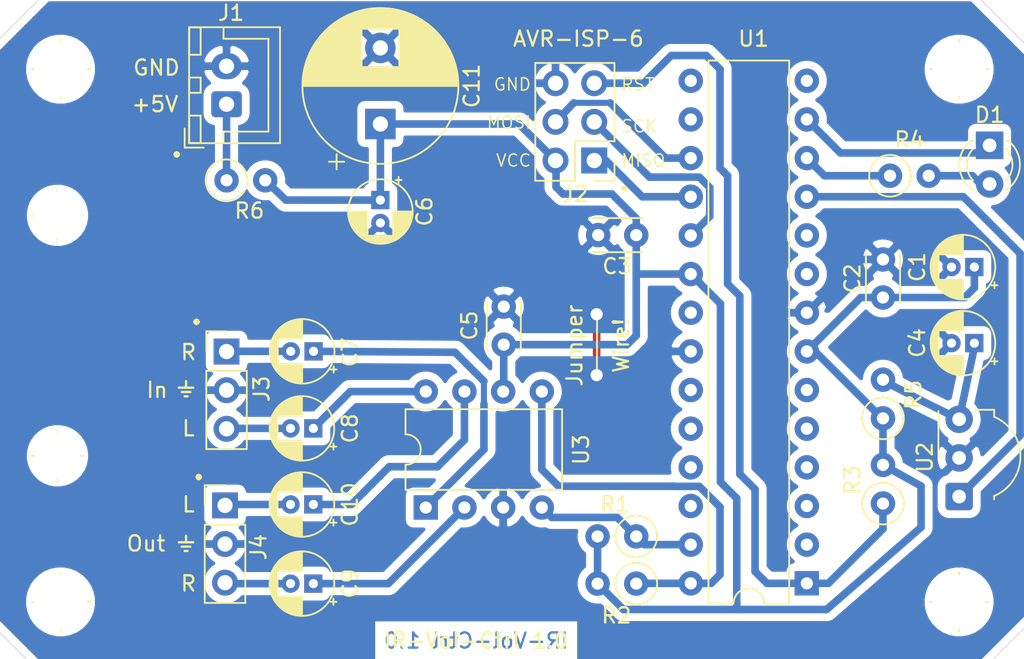
<source format=kicad_pcb>
(kicad_pcb (version 20171130) (host pcbnew "(5.1.9-0-10_14)")
  (layers (0 F.Cu signal) (31 B.Cu signal hide) (34 B.Paste user hide) (35 F.Paste user hide) (36 B.SilkS user hide) (37 F.SilkS user) (38 B.Mask user hide) (39 F.Mask user hide) (44 Edge.Cuts user hide))
  (net 0 "")
  (net 1 +5V)
  (net 2 GND)
  (net 3 "Net-(C4-Pad1)")
  (net 4 "Net-(D1-Pad1)")
  (net 5 "Net-(D1-Pad2)")
  (net 6 "Net-(J1-Pad1)")
  (net 7 /MISO)
  (net 8 /SCK)
  (net 9 /MOSI)
  (net 10 /~Reset)
  (net 11 "Net-(U1-Pad15)")
  (net 12 "Net-(U1-Pad2)")
  (net 13 "Net-(U1-Pad16)")
  (net 14 "Net-(U1-Pad3)")
  (net 15 "Net-(U1-Pad4)")
  (net 16 "Net-(U1-Pad5)")
  (net 17 "Net-(U1-Pad6)")
  (net 18 "Net-(U1-Pad21)")
  (net 19 "Net-(U1-Pad9)")
  (net 20 "Net-(U1-Pad23)")
  (net 21 "Net-(U1-Pad10)")
  (net 22 "Net-(U1-Pad24)")
  (net 23 "Net-(U1-Pad25)")
  (net 24 "Net-(U1-Pad26)")
  (net 25 "Net-(U1-Pad14)")
  (net 26 "Net-(C7-Pad2)")
  (net 27 "Net-(C7-Pad1)")
  (net 28 "Net-(C8-Pad2)")
  (net 29 "Net-(C8-Pad1)")
  (net 30 "Net-(C9-Pad2)")
  (net 31 "Net-(C9-Pad1)")
  (net 32 "Net-(C10-Pad2)")
  (net 33 "Net-(C10-Pad1)")
  (net 34 /SDA)
  (net 35 /SCL)
  (net 36 "Net-(R4-Pad1)")
  (net 37 /IR)
  (module MountingHole:MountingHole_3.5mm (layer F.Cu) (at 119.83 95.8)
    (fp_text reference REF** hide)
    (fp_text value MountingHole_3.5mm hide)
    (pad "" np_thru_hole circle (at 0 0) (size 3 3) (drill 3) (layers *.Cu *.Mask))
  )
  (module MountingHole:MountingHole_3.5mm (layer F.Cu) (at 119.83 80)
    (fp_text reference REF** hide)
    (fp_text value MountingHole_3.5mm hide)
    (pad "" np_thru_hole circle (at 0 0) (size 3 3) (drill 3) (layers *.Cu *.Mask))
  )
  (module Package_DIP:DIP-8_W7.62mm (layer F.Cu) (at 144.01 99.2 90)
    (fp_text reference U3 (at 3.8 10.2 90) (layer F.SilkS))
    (fp_text value PT2257)
    (pad 8 thru_hole oval (at 7.62 0 90) (size 1.6 1.6) (drill 0.8) (layers *.Cu *.Mask) (net 29 "Net-(C8-Pad1)"))
    (pad 4 thru_hole oval (at 0 7.62 90) (size 1.6 1.6) (drill 0.8) (layers *.Cu *.Mask) (net 34 /SDA))
    (pad 7 thru_hole oval (at 7.62 2.54 90) (size 1.6 1.6) (drill 0.8) (layers *.Cu *.Mask) (net 33 "Net-(C10-Pad1)"))
    (pad 3 thru_hole oval (at 0 5.08 90) (size 1.6 1.6) (drill 0.8) (layers *.Cu *.Mask) (net 2 GND))
    (pad 6 thru_hole oval (at 7.62 5.08 90) (size 1.6 1.6) (drill 0.8) (layers *.Cu *.Mask) (net 1 +5V))
    (pad 2 thru_hole oval (at 0 2.54 90) (size 1.6 1.6) (drill 0.8) (layers *.Cu *.Mask) (net 31 "Net-(C9-Pad1)"))
    (pad 5 thru_hole oval (at 7.62 7.62 90) (size 1.6 1.6) (drill 0.8) (layers *.Cu *.Mask) (net 35 /SCL))
    (pad 1 thru_hole rect (at 0 0 90) (size 1.6 1.6) (drill 0.8) (layers *.Cu *.Mask) (net 27 "Net-(C7-Pad1)"))
  )
  (module Resistor_THT:R_Axial_DIN0207_L6.3mm_D2.5mm_P2.54mm_Vertical (layer F.Cu) (at 174.03 93.34 90)
    (fp_text reference R5 (at 1.54 2 90) (layer F.SilkS))
    (fp_text value 100R)
    (pad 1 thru_hole circle (at 0 0 90) (size 1.6 1.6) (drill 0.8) (layers *.Cu *.Mask) (net 1 +5V))
    (pad 2 thru_hole oval (at 2.54 0 90) (size 1.6 1.6) (drill 0.8) (layers *.Cu *.Mask) (net 3 "Net-(C4-Pad1)"))
  )
  (module Resistor_THT:R_Axial_DIN0207_L6.3mm_D2.5mm_P2.54mm_Vertical (layer F.Cu) (at 157.83 104.2 180)
    (fp_text reference R2 (at 1.3 -2.1) (layer F.SilkS))
    (fp_text value 10k)
    (pad 2 thru_hole oval (at 2.54 0 180) (size 1.6 1.6) (drill 0.8) (layers *.Cu *.Mask) (net 1 +5V))
    (pad 1 thru_hole circle (at 0 0 180) (size 1.6 1.6) (drill 0.8) (layers *.Cu *.Mask) (net 35 /SCL))
  )
  (module Resistor_THT:R_Axial_DIN0207_L6.3mm_D2.5mm_P2.54mm_Vertical (layer F.Cu) (at 157.83 101.1 180)
    (fp_text reference R1 (at 1.4 2.1) (layer F.SilkS))
    (fp_text value 10k)
    (pad 2 thru_hole oval (at 2.54 0 180) (size 1.6 1.6) (drill 0.8) (layers *.Cu *.Mask) (net 1 +5V))
    (pad 1 thru_hole circle (at 0 0 180) (size 1.6 1.6) (drill 0.8) (layers *.Cu *.Mask) (net 34 /SDA))
  )
  (module Capacitor_THT:CP_Radial_D4.0mm_P1.50mm (layer F.Cu) (at 136.63 99 180)
    (fp_text reference C10 (at -2.4 0 90) (layer F.SilkS))
    (fp_text value 10µF)
    (pad 2 thru_hole circle (at 1.5 0 180) (size 1.2 1.2) (drill 0.6) (layers *.Cu *.Mask) (net 32 "Net-(C10-Pad2)"))
    (pad 1 thru_hole rect (at 0 0 180) (size 1.2 1.2) (drill 0.6) (layers *.Cu *.Mask) (net 33 "Net-(C10-Pad1)"))
  )
  (module Capacitor_THT:CP_Radial_D4.0mm_P1.50mm (layer F.Cu) (at 136.63 104.2 180)
    (fp_text reference C9 (at -2.4 0 90) (layer F.SilkS))
    (fp_text value 10µF)
    (pad 2 thru_hole circle (at 1.5 0 180) (size 1.2 1.2) (drill 0.6) (layers *.Cu *.Mask) (net 30 "Net-(C9-Pad2)"))
    (pad 1 thru_hole rect (at 0 0 180) (size 1.2 1.2) (drill 0.6) (layers *.Cu *.Mask) (net 31 "Net-(C9-Pad1)"))
  )
  (module Capacitor_THT:CP_Radial_D4.0mm_P1.50mm (layer F.Cu) (at 136.63 94 180)
    (fp_text reference C8 (at -2.4 0 90) (layer F.SilkS))
    (fp_text value 10µF)
    (pad 2 thru_hole circle (at 1.5 0 180) (size 1.2 1.2) (drill 0.6) (layers *.Cu *.Mask) (net 28 "Net-(C8-Pad2)"))
    (pad 1 thru_hole rect (at 0 0 180) (size 1.2 1.2) (drill 0.6) (layers *.Cu *.Mask) (net 29 "Net-(C8-Pad1)"))
  )
  (module Capacitor_THT:CP_Radial_D4.0mm_P1.50mm (layer F.Cu) (at 136.643014 88.936229 180)
    (fp_text reference C7 (at -2.386986 -0.063771 270) (layer F.SilkS))
    (fp_text value 10µF)
    (pad 2 thru_hole circle (at 1.5 0 180) (size 1.2 1.2) (drill 0.6) (layers *.Cu *.Mask) (net 26 "Net-(C7-Pad2)"))
    (pad 1 thru_hole rect (at 0 0 180) (size 1.2 1.2) (drill 0.6) (layers *.Cu *.Mask) (net 27 "Net-(C7-Pad1)"))
  )
  (module Capacitor_THT:CP_Radial_D4.0mm_P1.50mm (layer F.Cu) (at 141.03 79 270)
    (fp_text reference C6 (at 0.75 -2.9 90) (layer F.SilkS))
    (fp_text value 47µF)
    (pad 2 thru_hole circle (at 1.5 0 270) (size 1.2 1.2) (drill 0.6) (layers *.Cu *.Mask) (net 2 GND))
    (pad 1 thru_hole rect (at 0 0 270) (size 1.2 1.2) (drill 0.6) (layers *.Cu *.Mask) (net 1 +5V))
  )
  (module Capacitor_THT:C_Disc_D3.0mm_W2.0mm_P2.50mm (layer F.Cu) (at 149.13 88.5 90)
    (fp_text reference C5 (at 1.25 -2.25 90) (layer F.SilkS))
    (fp_text value 100nF)
    (pad 2 thru_hole circle (at 2.5 0 90) (size 1.6 1.6) (drill 0.8) (layers *.Cu *.Mask) (net 2 GND))
    (pad 1 thru_hole circle (at 0 0 90) (size 1.6 1.6) (drill 0.8) (layers *.Cu *.Mask) (net 1 +5V))
  )
  (module Resistor_THT:R_Axial_DIN0207_L6.3mm_D2.5mm_P2.54mm_Vertical (layer F.Cu) (at 174.49 77.4)
    (fp_text reference R4 (at 1.27 -2.37) (layer F.SilkS))
    (fp_text value 220R)
    (pad 2 thru_hole oval (at 2.54 0) (size 1.6 1.6) (drill 0.8) (layers *.Cu *.Mask) (net 5 "Net-(D1-Pad2)"))
    (pad 1 thru_hole circle (at 0 0) (size 1.6 1.6) (drill 0.8) (layers *.Cu *.Mask) (net 36 "Net-(R4-Pad1)"))
  )
  (module LED_THT:LED_D3.0mm (layer F.Cu) (at 181.03 75.4 270)
    (fp_text reference D1 (at -2 -0.003912 180) (layer F.SilkS))
    (fp_text value "LED R/G")
    (pad 1 thru_hole rect (at 0 0 270) (size 1.8 1.8) (drill 0.9) (layers *.Cu *.Mask) (net 4 "Net-(D1-Pad1)"))
    (pad 2 thru_hole circle (at 2.54 0 270) (size 1.8 1.8) (drill 0.9) (layers *.Cu *.Mask) (net 5 "Net-(D1-Pad2)"))
  )
  (module Package_DIP:DIP-28_W7.62mm (layer F.Cu) (at 169.03 104.18 180)
    (fp_text reference U1 (at 3.5 35.78) (layer F.SilkS))
    (fp_text value ATmega328P-PU)
    (pad 1 thru_hole rect (at 0 0 180) (size 1.6 1.6) (drill 0.8) (layers *.Cu *.Mask) (net 10 /~Reset))
    (pad 15 thru_hole oval (at 7.62 33.02 180) (size 1.6 1.6) (drill 0.8) (layers *.Cu *.Mask) (net 11 "Net-(U1-Pad15)"))
    (pad 2 thru_hole oval (at 0 2.54 180) (size 1.6 1.6) (drill 0.8) (layers *.Cu *.Mask) (net 12 "Net-(U1-Pad2)"))
    (pad 16 thru_hole oval (at 7.62 30.48 180) (size 1.6 1.6) (drill 0.8) (layers *.Cu *.Mask) (net 13 "Net-(U1-Pad16)"))
    (pad 3 thru_hole oval (at 0 5.08 180) (size 1.6 1.6) (drill 0.8) (layers *.Cu *.Mask) (net 14 "Net-(U1-Pad3)"))
    (pad 17 thru_hole oval (at 7.62 27.94 180) (size 1.6 1.6) (drill 0.8) (layers *.Cu *.Mask) (net 9 /MOSI))
    (pad 4 thru_hole oval (at 0 7.62 180) (size 1.6 1.6) (drill 0.8) (layers *.Cu *.Mask) (net 15 "Net-(U1-Pad4)"))
    (pad 18 thru_hole oval (at 7.62 25.4 180) (size 1.6 1.6) (drill 0.8) (layers *.Cu *.Mask) (net 7 /MISO))
    (pad 5 thru_hole oval (at 0 10.16 180) (size 1.6 1.6) (drill 0.8) (layers *.Cu *.Mask) (net 16 "Net-(U1-Pad5)"))
    (pad 19 thru_hole oval (at 7.62 22.86 180) (size 1.6 1.6) (drill 0.8) (layers *.Cu *.Mask) (net 8 /SCK))
    (pad 6 thru_hole oval (at 0 12.7 180) (size 1.6 1.6) (drill 0.8) (layers *.Cu *.Mask) (net 17 "Net-(U1-Pad6)"))
    (pad 20 thru_hole oval (at 7.62 20.32 180) (size 1.6 1.6) (drill 0.8) (layers *.Cu *.Mask) (net 1 +5V))
    (pad 7 thru_hole oval (at 0 15.24 180) (size 1.6 1.6) (drill 0.8) (layers *.Cu *.Mask) (net 1 +5V))
    (pad 21 thru_hole oval (at 7.62 17.78 180) (size 1.6 1.6) (drill 0.8) (layers *.Cu *.Mask) (net 18 "Net-(U1-Pad21)"))
    (pad 8 thru_hole oval (at 0 17.78 180) (size 1.6 1.6) (drill 0.8) (layers *.Cu *.Mask) (net 2 GND))
    (pad 22 thru_hole oval (at 7.62 15.24 180) (size 1.6 1.6) (drill 0.8) (layers *.Cu *.Mask) (net 2 GND))
    (pad 9 thru_hole oval (at 0 20.32 180) (size 1.6 1.6) (drill 0.8) (layers *.Cu *.Mask) (net 19 "Net-(U1-Pad9)"))
    (pad 23 thru_hole oval (at 7.62 12.7 180) (size 1.6 1.6) (drill 0.8) (layers *.Cu *.Mask) (net 20 "Net-(U1-Pad23)"))
    (pad 10 thru_hole oval (at 0 22.86 180) (size 1.6 1.6) (drill 0.8) (layers *.Cu *.Mask) (net 21 "Net-(U1-Pad10)"))
    (pad 24 thru_hole oval (at 7.62 10.16 180) (size 1.6 1.6) (drill 0.8) (layers *.Cu *.Mask) (net 22 "Net-(U1-Pad24)"))
    (pad 11 thru_hole oval (at 0 25.4 180) (size 1.6 1.6) (drill 0.8) (layers *.Cu *.Mask) (net 37 /IR))
    (pad 25 thru_hole oval (at 7.62 7.62 180) (size 1.6 1.6) (drill 0.8) (layers *.Cu *.Mask) (net 23 "Net-(U1-Pad25)"))
    (pad 12 thru_hole oval (at 0 27.94 180) (size 1.6 1.6) (drill 0.8) (layers *.Cu *.Mask) (net 36 "Net-(R4-Pad1)"))
    (pad 26 thru_hole oval (at 7.62 5.08 180) (size 1.6 1.6) (drill 0.8) (layers *.Cu *.Mask) (net 24 "Net-(U1-Pad26)"))
    (pad 13 thru_hole oval (at 0 30.48 180) (size 1.6 1.6) (drill 0.8) (layers *.Cu *.Mask) (net 4 "Net-(D1-Pad1)"))
    (pad 27 thru_hole oval (at 7.62 2.54 180) (size 1.6 1.6) (drill 0.8) (layers *.Cu *.Mask) (net 34 /SDA))
    (pad 14 thru_hole oval (at 0 33.02 180) (size 1.6 1.6) (drill 0.8) (layers *.Cu *.Mask) (net 25 "Net-(U1-Pad14)"))
    (pad 28 thru_hole oval (at 7.62 0 180) (size 1.6 1.6) (drill 0.8) (layers *.Cu *.Mask) (net 35 /SCL))
  )
  (module Resistor_THT:R_Axial_DIN0207_L6.3mm_D2.5mm_P2.54mm_Vertical (layer F.Cu) (at 174.03 98.94 90)
    (fp_text reference R3 (at 1.54 -2 90) (layer F.SilkS))
    (fp_text value 10k)
    (pad 1 thru_hole circle (at 0 0 90) (size 1.6 1.6) (drill 0.8) (layers *.Cu *.Mask) (net 10 /~Reset))
    (pad 2 thru_hole oval (at 2.54 0 90) (size 1.6 1.6) (drill 0.8) (layers *.Cu *.Mask) (net 1 +5V))
  )
  (module Capacitor_THT:C_Disc_D3.0mm_W2.0mm_P2.50mm (layer F.Cu) (at 174.03 85.4 90)
    (fp_text reference C2 (at 1.25 -2 270) (layer F.SilkS))
    (fp_text value 100nF)
    (pad 1 thru_hole circle (at 0 0 90) (size 1.6 1.6) (drill 0.8) (layers *.Cu *.Mask) (net 1 +5V))
    (pad 2 thru_hole circle (at 2.5 0 90) (size 1.6 1.6) (drill 0.8) (layers *.Cu *.Mask) (net 2 GND))
  )
  (module Capacitor_THT:CP_Radial_D4.0mm_P1.50mm (layer F.Cu) (at 180.03 88.4 180)
    (fp_text reference C4 (at 3.75 0.014361 90) (layer F.SilkS))
    (fp_text value 10µF)
    (pad 2 thru_hole circle (at 1.5 0 180) (size 1.2 1.2) (drill 0.6) (layers *.Cu *.Mask) (net 2 GND))
    (pad 1 thru_hole rect (at 0 0 180) (size 1.2 1.2) (drill 0.6) (layers *.Cu *.Mask) (net 3 "Net-(C4-Pad1)"))
  )
  (module OptoDevice:Vishay_MOLD-3Pin (layer F.Cu) (at 179.03 98.48 90)
    (fp_text reference U2 (at 2.58 -2.25 90) (layer F.SilkS))
    (fp_text value TSOP34S40F)
    (pad 1 thru_hole roundrect (at 0 0 90) (size 1.8 1.8) (drill 0.9) (layers *.Cu *.Mask) (roundrect_rratio 0.138) (net 37 /IR))
    (pad 2 thru_hole circle (at 2.54 0 90) (size 1.8 1.8) (drill 0.9) (layers *.Cu *.Mask) (net 2 GND))
    (pad 3 thru_hole circle (at 5.08 0 90) (size 1.8 1.8) (drill 0.9) (layers *.Cu *.Mask) (net 3 "Net-(C4-Pad1)"))
  )
  (module Connector_PinHeader_2.54mm:PinHeader_1x03_P2.54mm_Vertical (layer F.Cu) (at 130.93 88.95)
    (fp_text reference J3 (at 2.3 2.45 270) (layer F.SilkS))
    (fp_text value "In " (at -3.011906 2.531197) (layer F.SilkS) (effects (justify right)))
    (pad 1 thru_hole rect (at 0 0) (size 1.7 1.7) (drill 1) (layers *.Cu *.Mask) (net 26 "Net-(C7-Pad2)"))
    (pad 2 thru_hole oval (at 0 2.54) (size 1.7 1.7) (drill 1) (layers *.Cu *.Mask) (net 2 GND))
    (pad 3 thru_hole oval (at 0 5.08) (size 1.7 1.7) (drill 1) (layers *.Cu *.Mask) (net 28 "Net-(C8-Pad2)"))
  )
  (module Connector_PinHeader_2.54mm:PinHeader_1x03_P2.54mm_Vertical (layer F.Cu) (at 130.83 99.06)
    (fp_text reference J4 (at 2.2 2.74 90) (layer F.SilkS))
    (fp_text value Out (at -3.83 2.511235 180) (layer F.SilkS) (effects (justify right)))
    (pad 3 thru_hole oval (at 0 5.08) (size 1.7 1.7) (drill 1) (layers *.Cu *.Mask) (net 30 "Net-(C9-Pad2)"))
    (pad 2 thru_hole oval (at 0 2.54) (size 1.7 1.7) (drill 1) (layers *.Cu *.Mask) (net 2 GND))
    (pad 1 thru_hole rect (at 0 0) (size 1.7 1.7) (drill 1) (layers *.Cu *.Mask) (net 32 "Net-(C10-Pad2)"))
  )
  (module Capacitor_THT:CP_Radial_D10.0mm_P5.00mm (layer F.Cu) (at 141.03 74 90)
    (fp_text reference C11 (at 2.5 6 90) (layer F.SilkS))
    (fp_text value 1000µF)
    (pad 1 thru_hole rect (at 0 0 90) (size 2 2) (drill 1) (layers *.Cu *.Mask) (net 1 +5V))
    (pad 2 thru_hole circle (at 5 0 90) (size 2 2) (drill 1) (layers *.Cu *.Mask) (net 2 GND))
  )
  (module Resistor_THT:R_Axial_DIN0207_L6.3mm_D2.5mm_P2.54mm_Vertical (layer F.Cu) (at 130.93 77.7)
    (fp_text reference R6 (at 1.5 2) (layer F.SilkS))
    (fp_text value 22R)
    (pad 2 thru_hole oval (at 2.54 0) (size 1.6 1.6) (drill 0.8) (layers *.Cu *.Mask) (net 1 +5V))
    (pad 1 thru_hole circle (at 0 0) (size 1.6 1.6) (drill 0.8) (layers *.Cu *.Mask) (net 6 "Net-(J1-Pad1)"))
  )
  (module MountingHole:MountingHole_3.5mm (layer F.Cu) (at 120.03 105.4)
    (fp_text reference REF** hide)
    (fp_text value MountingHole_3.5mm hide)
    (pad 1 np_thru_hole circle (at 0 0) (size 3.5 3.5) (drill 3.5) (layers *.Cu *.Mask))
  )
  (module MountingHole:MountingHole_3.5mm (layer F.Cu) (at 179.03 105.4)
    (fp_text reference REF** hide)
    (fp_text value MountingHole_3.5mm hide)
    (pad 1 np_thru_hole circle (at 0 0) (size 3.5 3.5) (drill 3.5) (layers *.Cu *.Mask))
  )
  (module MountingHole:MountingHole_3.5mm (layer F.Cu) (at 179.03 70.4)
    (fp_text reference REF** hide)
    (fp_text value MountingHole_3.5mm hide)
    (pad 1 np_thru_hole circle (at 0 0) (size 3.5 3.5) (drill 3.5) (layers *.Cu *.Mask))
  )
  (module MountingHole:MountingHole_3.5mm (layer F.Cu) (at 120.03 70.4)
    (fp_text reference REF** hide)
    (fp_text value MountingHole_3.5mm hide)
    (pad 1 np_thru_hole circle (at 0 0) (size 3.5 3.5) (drill 3.5) (layers *.Cu *.Mask))
  )
  (module Capacitor_THT:CP_Radial_D4.0mm_P1.50mm (layer F.Cu) (at 180.03 83.4 180)
    (fp_text reference C1 (at 3.75 0 90) (layer F.SilkS))
    (fp_text value 4.7µF)
    (pad 1 thru_hole rect (at 0 0 180) (size 1.2 1.2) (drill 0.6) (layers *.Cu *.Mask) (net 1 +5V))
    (pad 2 thru_hole circle (at 1.5 0 180) (size 1.2 1.2) (drill 0.6) (layers *.Cu *.Mask) (net 2 GND))
  )
  (module Capacitor_THT:C_Disc_D3.0mm_W2.0mm_P2.50mm (layer F.Cu) (at 157.83 81.3 180)
    (fp_text reference C3 (at 1.25 -2.05) (layer F.SilkS))
    (fp_text value 100nF)
    (pad 2 thru_hole circle (at 2.5 0 180) (size 1.6 1.6) (drill 0.8) (layers *.Cu *.Mask) (net 2 GND))
    (pad 1 thru_hole circle (at 0 0 180) (size 1.6 1.6) (drill 0.8) (layers *.Cu *.Mask) (net 1 +5V))
  )
  (module Connector_PinHeader_2.54mm:PinHeader_2x03_P2.54mm_Vertical (layer F.Cu) (at 155.07 76.4 180)
    (fp_text reference J2 (at 1.24 -2.2) (layer F.SilkS))
    (fp_text value AVR-ISP-6 (at 1.04 8) (layer F.SilkS))
    (pad 1 thru_hole rect (at 0 0 180) (size 1.7 1.7) (drill 1) (layers *.Cu *.Mask) (net 7 /MISO))
    (pad 2 thru_hole oval (at 2.54 0 180) (size 1.7 1.7) (drill 1) (layers *.Cu *.Mask) (net 1 +5V))
    (pad 3 thru_hole oval (at 0 2.54 180) (size 1.7 1.7) (drill 1) (layers *.Cu *.Mask) (net 8 /SCK))
    (pad 4 thru_hole oval (at 2.54 2.54 180) (size 1.7 1.7) (drill 1) (layers *.Cu *.Mask) (net 9 /MOSI))
    (pad 5 thru_hole oval (at 0 5.08 180) (size 1.7 1.7) (drill 1) (layers *.Cu *.Mask) (net 10 /~Reset))
    (pad 6 thru_hole oval (at 2.54 5.08 180) (size 1.7 1.7) (drill 1) (layers *.Cu *.Mask) (net 2 GND))
  )
  (module Connector_JST:JST_XH_B2B-XH-A_1x02_P2.50mm_Vertical (layer F.Cu) (at 130.93 72.7 90)
    (fp_text reference J1 (at 6 0.3 180) (layer F.SilkS))
    (fp_text value Conn_01x02_Female)
    (pad 1 thru_hole roundrect (at 0 0 90) (size 1.7 2) (drill 1) (layers *.Cu *.Mask) (roundrect_rratio 0.1470588235294118) (net 6 "Net-(J1-Pad1)"))
    (pad 2 thru_hole oval (at 2.5 0 90) (size 1.7 2) (drill 1) (layers *.Cu *.Mask) (net 2 GND))
  )
  (gr_text ⏚ (at 128.27 101.6) (layer F.SilkS) (effects (font (size 1 1))))
  (gr_text ⏚ (at 128.27 91.44) (layer F.SilkS) (effects (font (size 1 1))))
  (gr_line (start 119.833027 94.121158) (end 119.833027 97.522815) (layer F.SilkS) (width 0.12))
  (gr_line (start 118.121247 95.806091) (end 121.502065 95.806091) (layer F.SilkS) (width 0.12))
  (gr_line (start 119.82178 78.318766) (end 119.82178 81.720423) (layer F.SilkS) (width 0.12))
  (gr_line (start 118.11 80.003699) (end 121.490818 80.003699) (layer F.SilkS) (width 0.12))
  (gr_line (start 120.03339 103.461968) (end 120.03339 107.335413) (layer F.SilkS) (width 0.12))
  (gr_line (start 118.10145 105.403472) (end 121.974894 105.403472) (layer F.SilkS) (width 0.12))
  (gr_line (start 118.107132 70.393033) (end 121.980576 70.393033) (layer F.SilkS) (width 0.12))
  (gr_line (start 120.039072 68.451529) (end 120.039072 72.324974) (layer F.SilkS) (width 0.12))
  (gr_line (start 179.032269 68.446287) (end 179.032269 72.319732) (layer F.SilkS) (width 0.12))
  (gr_line (start 177.100329 70.387791) (end 180.973773 70.387791) (layer F.SilkS) (width 0.12))
  (gr_line (start 177.085457 105.402455) (end 180.958901 105.402455) (layer F.SilkS) (width 0.12))
  (gr_line (start 179.017397 103.460951) (end 179.017397 107.334396) (layer F.SilkS) (width 0.12))
  (gr_text Wire! (at 156.835189 88.558987 90) (layer F.SilkS) (effects (font (size 1 1))))
  (gr_line (start 155.259183 86.523841) (end 155.245834 90.501904) (layer F.SilkS) (width 0.12))
  (gr_text "IR-Vol-Ctrl 1.0" (at 147.32 107.95) (layer B.Cu) (effects (font (size 1 1)) (justify mirror)))
  (gr_text "IR-Vol-Ctrl 1.0" (at 147.32 107.95) (layer F.SilkS) (effects (font (size 1 1))))
  (gr_text +5V (at 126.23 72.7) (layer F.SilkS) (effects (font (size 1 1))))
  (gr_text GND (at 126.33 70.3) (layer F.SilkS) (effects (font (size 1 1))))
  (gr_text L (at 128.43 94) (layer F.SilkS) (effects (font (size 1 1))))
  (gr_text L (at 128.43 99) (layer F.SilkS) (effects (font (size 1 1))))
  (gr_text R (at 128.43 104.2) (layer F.SilkS) (effects (font (size 1 1))))
  (gr_text R (at 128.43 89) (layer F.SilkS) (effects (font (size 1 1))))
  (gr_text Jumper (at 153.780334 88.554801 90) (layer F.SilkS) (effects (font (size 1 1))))
  (gr_text MISO (at 156.78 76.4) (layer F.SilkS) (effects (font (size 0.8 0.8) (thickness 0.1)) (justify left)))
  (gr_text MOSI (at 150.98 73.9) (layer F.SilkS) (effects (font (size 0.8 0.8) (thickness 0.1)) (justify right)))
  (gr_text GND (at 150.98 71.4) (layer F.SilkS) (effects (font (size 0.8 0.8) (thickness 0.1)) (justify right)))
  (gr_text RST (at 156.78 71.4) (layer F.SilkS) (effects (font (size 0.8 0.8) (thickness 0.1)) (justify left)))
  (gr_text VCC (at 150.98 76.4) (layer F.SilkS) (effects (font (size 0.8 0.8) (thickness 0.1)) (justify right)))
  (gr_text SCK (at 156.78 74.15) (layer F.SilkS) (effects (font (size 0.8 0.8) (thickness 0.1)) (justify left)))
  (gr_text • (at 129.03 87 270) (layer F.SilkS) (effects (font (size 1 1))))
  (gr_text • (at 157.03 78.15) (layer F.SilkS) (effects (font (size 1 1))))
  (gr_text • (at 129.03 97.2 90) (layer F.SilkS) (effects (font (size 1 1))))
  (gr_text • (at 127.73 76 270) (layer F.SilkS) (effects (font (size 1 1))))
  (gr_line (start 115.03 69.4) (end 119.03 65.4) (layer Edge.Cuts) (width 0.05))
  (gr_line (start 115.03 106.4) (end 115.03 69.4) (layer Edge.Cuts) (width 0.05))
  (gr_line (start 119.03 110.4) (end 115.03 106.4) (layer Edge.Cuts) (width 0.05))
  (gr_line (start 180.03 110.4) (end 119.03 110.4) (layer Edge.Cuts) (width 0.05))
  (gr_line (start 184.03 106.4) (end 180.03 110.4) (layer Edge.Cuts) (width 0.05))
  (gr_line (start 184.03 69.4) (end 184.03 106.4) (layer Edge.Cuts) (width 0.05))
  (gr_line (start 180.03 65.4) (end 184.03 69.4) (layer Edge.Cuts) (width 0.05))
  (gr_line (start 119.03 65.4) (end 180.03 65.4) (layer Edge.Cuts) (width 0.05))
  (segment (start 174.03 96.4) (end 174.03 93.4) (width 0.5) (layer B.Cu) (net 1))
  (segment (start 169.57 88.94) (end 169.03 88.94) (width 0.5) (layer B.Cu) (net 1))
  (segment (start 174.03 85.4) (end 172.57 85.4) (width 0.5) (layer B.Cu) (net 1))
  (segment (start 174.03 85.4) (end 178.03 85.4) (width 0.5) (layer B.Cu) (net 1))
  (segment (start 152.53 76.4) (end 152.287919 76.4) (width 0.5) (layer B.Cu) (net 1))
  (segment (start 161.41 83.86) (end 160.95 83.86) (width 0.5) (layer B.Cu) (net 1))
  (segment (start 174.03 93.4) (end 169.57 88.94) (width 0.5) (layer B.Cu) (net 1))
  (segment (start 172.57 85.4) (end 169.03 88.94) (width 0.5) (layer B.Cu) (net 1))
  (segment (start 157.89 83.86) (end 157.83 83.8) (width 0.5) (layer B.Cu) (net 1))
  (segment (start 161.41 83.86) (end 157.89 83.86) (width 0.5) (layer B.Cu) (net 1))
  (segment (start 156.23 78.6) (end 154.43 78.6) (width 0.5) (layer B.Cu) (net 1))
  (segment (start 157.83 80.2) (end 156.23 78.6) (width 0.5) (layer B.Cu) (net 1))
  (segment (start 157.83 83.8) (end 157.83 80.2) (width 0.5) (layer B.Cu) (net 1))
  (segment (start 149.13 91.54) (end 149.09 91.58) (width 0.5) (layer B.Cu) (net 1))
  (segment (start 149.13 88.5) (end 149.13 91.54) (width 0.5) (layer B.Cu) (net 1))
  (segment (start 141.03 79) (end 141.03 74) (width 0.5) (layer B.Cu) (net 1))
  (segment (start 152.53 76.4) (end 150.13 74) (width 0.5) (layer B.Cu) (net 1))
  (segment (start 155.29 101.1) (end 155.29 104.2) (width 0.5) (layer B.Cu) (net 1))
  (segment (start 156.99 105.9) (end 155.29 104.2) (width 0.5) (layer B.Cu) (net 1))
  (segment (start 157.23 88.5) (end 149.13 88.5) (width 0.5) (layer B.Cu) (net 1))
  (segment (start 157.83 87.9) (end 157.23 88.5) (width 0.5) (layer B.Cu) (net 1))
  (segment (start 157.83 83.8) (end 157.83 87.9) (width 0.5) (layer B.Cu) (net 1))
  (segment (start 150.13 74) (end 141.03 74) (width 0.5) (layer B.Cu) (net 1))
  (segment (start 134.83 79) (end 133.47 77.7) (width 0.5) (layer B.Cu) (net 1))
  (segment (start 141.03 79) (end 134.83 79) (width 0.5) (layer B.Cu) (net 1))
  (segment (start 163.43 105.9) (end 156.99 105.9) (width 0.5) (layer B.Cu) (net 1))
  (segment (start 164.43 98.6) (end 164.43 105.9) (width 0.5) (layer B.Cu) (net 1))
  (segment (start 163.43 105.9) (end 164.43 105.9) (width 0.5) (layer B.Cu) (net 1))
  (segment (start 163.360011 97.530011) (end 164.43 98.6) (width 0.5) (layer B.Cu) (net 1))
  (segment (start 161.41 83.86) (end 163.360011 85.810011) (width 0.5) (layer B.Cu) (net 1))
  (segment (start 163.360011 85.810011) (end 163.360011 97.530011) (width 0.5) (layer B.Cu) (net 1))
  (segment (start 153.022332 78.6) (end 152.56315 78.140818) (width 0.5) (layer B.Cu) (net 1))
  (segment (start 154.43 78.6) (end 153.022332 78.6) (width 0.5) (layer B.Cu) (net 1))
  (segment (start 152.56315 76.43315) (end 152.53 76.4) (width 0.5) (layer B.Cu) (net 1))
  (segment (start 152.56315 78.140818) (end 152.56315 76.43315) (width 0.5) (layer B.Cu) (net 1))
  (segment (start 178.923716 85.4) (end 178.937869 85.385847) (width 0.5) (layer B.Cu) (net 1))
  (segment (start 178.03 85.4) (end 178.923716 85.4) (width 0.5) (layer B.Cu) (net 1))
  (segment (start 178.923716 85.4) (end 179.39359 85.4) (width 0.5) (layer B.Cu) (net 1))
  (segment (start 180.03 84.76359) (end 180.03 83.4) (width 0.5) (layer B.Cu) (net 1))
  (segment (start 179.39359 85.4) (end 180.03 84.76359) (width 0.5) (layer B.Cu) (net 1))
  (segment (start 170.33 105.9) (end 164.43 105.9) (width 0.5) (layer B.Cu) (net 1))
  (segment (start 176.53 100.5) (end 170.33 105.9) (width 0.5) (layer B.Cu) (net 1))
  (segment (start 176.53 97.79) (end 176.53 100.5) (width 0.5) (layer B.Cu) (net 1))
  (segment (start 174.03 96.4) (end 176.53 97.79) (width 0.5) (layer B.Cu) (net 1))
  (segment (start 174.03 82.9) (end 172.53 82.9) (width 0.5) (layer B.Cu) (net 2))
  (segment (start 172.53 82.9) (end 169.03 86.4) (width 0.5) (layer B.Cu) (net 2))
  (via (at 155.23 86.5) (size 1.6) (drill 0.8) (layers F.Cu B.Cu) (net 2))
  (segment (start 155.23 90.5) (end 155.23 86.5) (width 0.5) (layer F.Cu) (net 2))
  (via (at 155.23 90.5) (size 1.6) (drill 0.8) (layers F.Cu B.Cu) (net 2))
  (segment (start 176.582206 92.187245) (end 174.03 90.86) (width 0.5) (layer B.Cu) (net 3))
  (segment (start 179.03 93.4) (end 176.582206 92.187245) (width 0.5) (layer B.Cu) (net 3))
  (segment (start 180.097413 88.358801) (end 179.03 93.4) (width 0.5) (layer B.Cu) (net 3))
  (segment (start 180.255001 88.625001) (end 180.097413 88.358801) (width 0.5) (layer B.Cu) (net 3))
  (segment (start 180.03 88.4) (end 180.255001 88.625001) (width 0.5) (layer B.Cu) (net 3))
  (segment (start 169.03 73.7) (end 171.23 75.9) (width 0.5) (layer B.Cu) (net 4))
  (segment (start 180.53 75.9) (end 181.03 75.4) (width 0.5) (layer B.Cu) (net 4))
  (segment (start 171.23 75.9) (end 180.53 75.9) (width 0.5) (layer B.Cu) (net 4))
  (segment (start 181.03 77.94) (end 180.439692 77.94) (width 0.5) (layer B.Cu) (net 5))
  (segment (start 179.899692 77.4) (end 177.03 77.4) (width 0.5) (layer B.Cu) (net 5))
  (segment (start 180.439692 77.94) (end 179.899692 77.4) (width 0.5) (layer B.Cu) (net 5))
  (segment (start 130.93 72.7) (end 130.93 77.7) (width 0.5) (layer B.Cu) (net 6))
  (segment (start 155.843186 76.4) (end 155.07 76.4) (width 0.5) (layer B.Cu) (net 7))
  (segment (start 158.223186 78.78) (end 155.843186 76.4) (width 0.5) (layer B.Cu) (net 7))
  (segment (start 161.41 78.78) (end 158.223186 78.78) (width 0.5) (layer B.Cu) (net 7))
  (segment (start 158.700001 77.490001) (end 155.07 73.86) (width 0.5) (layer B.Cu) (net 8))
  (segment (start 162.660001 78.179999) (end 161.970003 77.490001) (width 0.5) (layer B.Cu) (net 8))
  (segment (start 161.970003 77.490001) (end 158.700001 77.490001) (width 0.5) (layer B.Cu) (net 8))
  (segment (start 162.660001 80.069999) (end 162.660001 78.179999) (width 0.5) (layer B.Cu) (net 8))
  (segment (start 161.41 81.32) (end 162.660001 80.069999) (width 0.5) (layer B.Cu) (net 8))
  (segment (start 153.780001 72.609999) (end 156.120001 72.609999) (width 0.4) (layer B.Cu) (net 9))
  (segment (start 152.53 73.86) (end 153.73 72.609999) (width 0.5) (layer B.Cu) (net 9))
  (segment (start 159.750002 76.24) (end 156.120001 72.609999) (width 0.5) (layer B.Cu) (net 9))
  (segment (start 161.41 76.24) (end 159.750002 76.24) (width 0.5) (layer B.Cu) (net 9))
  (segment (start 174.03 98.94) (end 174.03 100.6) (width 0.5) (layer B.Cu) (net 10))
  (segment (start 170.45 104.18) (end 169.03 104.18) (width 0.5) (layer B.Cu) (net 10))
  (segment (start 174.03 100.6) (end 170.45 104.18) (width 0.5) (layer B.Cu) (net 10))
  (segment (start 160.13 69.5) (end 158.31 71.32) (width 0.5) (layer B.Cu) (net 10))
  (segment (start 164.63 97) (end 164.63 85.3) (width 0.5) (layer B.Cu) (net 10))
  (segment (start 162.43 69.5) (end 160.13 69.5) (width 0.5) (layer B.Cu) (net 10))
  (segment (start 163.33 70.4) (end 162.43 69.5) (width 0.5) (layer B.Cu) (net 10))
  (segment (start 163.83 77.4) (end 163.33 76.9) (width 0.5) (layer B.Cu) (net 10))
  (segment (start 163.83 84.5) (end 163.83 77.4) (width 0.5) (layer B.Cu) (net 10))
  (segment (start 165.63 103.4) (end 165.63 98) (width 0.5) (layer B.Cu) (net 10))
  (segment (start 166.41 104.18) (end 165.63 103.4) (width 0.5) (layer B.Cu) (net 10))
  (segment (start 165.63 98) (end 164.63 97) (width 0.5) (layer B.Cu) (net 10))
  (segment (start 163.33 76.9) (end 163.33 70.4) (width 0.5) (layer B.Cu) (net 10))
  (segment (start 164.63 85.3) (end 163.83 84.5) (width 0.5) (layer B.Cu) (net 10))
  (segment (start 158.31 71.32) (end 155.07 71.32) (width 0.5) (layer B.Cu) (net 10))
  (segment (start 169.03 104.18) (end 166.41 104.18) (width 0.5) (layer B.Cu) (net 10))
  (segment (start 130.943771 88.936229) (end 130.93 88.95) (width 0.5) (layer B.Cu) (net 26))
  (segment (start 135.143014 88.936229) (end 130.943771 88.936229) (width 0.5) (layer B.Cu) (net 26))
  (segment (start 145.93 89) (end 136.643014 88.936229) (width 0.5) (layer B.Cu) (net 27))
  (segment (start 147.83 90.9) (end 145.93 89) (width 0.5) (layer B.Cu) (net 27))
  (segment (start 147.83 92.4) (end 147.83 90.9) (width 0.4) (layer B.Cu) (net 27))
  (segment (start 147.83 95.38) (end 144.01 99.2) (width 0.5) (layer B.Cu) (net 27))
  (segment (start 147.83 92.4) (end 147.83 95.38) (width 0.5) (layer B.Cu) (net 27))
  (segment (start 130.96 94) (end 130.93 94.03) (width 0.5) (layer B.Cu) (net 28))
  (segment (start 135.13 94) (end 130.96 94) (width 0.5) (layer B.Cu) (net 28))
  (segment (start 139.05 91.58) (end 136.63 94) (width 0.5) (layer B.Cu) (net 29))
  (segment (start 144.01 91.58) (end 139.05 91.58) (width 0.5) (layer B.Cu) (net 29))
  (segment (start 130.89 104.2) (end 130.83 104.14) (width 0.5) (layer B.Cu) (net 30))
  (segment (start 135.13 104.2) (end 130.89 104.2) (width 0.5) (layer B.Cu) (net 30))
  (segment (start 141.55 104.2) (end 136.63 104.2) (width 0.5) (layer B.Cu) (net 31))
  (segment (start 146.55 99.2) (end 141.55 104.2) (width 0.5) (layer B.Cu) (net 31))
  (segment (start 130.89 99) (end 130.83 99.06) (width 0.5) (layer B.Cu) (net 32))
  (segment (start 135.13 99) (end 130.89 99) (width 0.5) (layer B.Cu) (net 32))
  (segment (start 139.13 99) (end 136.63 99) (width 0.5) (layer B.Cu) (net 33))
  (segment (start 146.55 91.58) (end 146.55 94.75) (width 0.5) (layer B.Cu) (net 33))
  (segment (start 146.55 94.75) (end 144.78 96.52) (width 0.5) (layer B.Cu) (net 33))
  (segment (start 141.61 96.52) (end 139.13 99) (width 0.5) (layer B.Cu) (net 33))
  (segment (start 144.78 96.52) (end 141.61 96.52) (width 0.5) (layer B.Cu) (net 33))
  (segment (start 158.37 101.64) (end 157.83 101.1) (width 0.5) (layer B.Cu) (net 34))
  (segment (start 161.41 101.64) (end 158.37 101.64) (width 0.5) (layer B.Cu) (net 34))
  (segment (start 152.279999 99.849999) (end 151.63 99.2) (width 0.5) (layer B.Cu) (net 34))
  (segment (start 156.579999 99.849999) (end 152.279999 99.849999) (width 0.5) (layer B.Cu) (net 34))
  (segment (start 157.83 101.1) (end 156.579999 99.849999) (width 0.5) (layer B.Cu) (net 34))
  (segment (start 151.63 96.7) (end 151.63 91.58) (width 0.5) (layer B.Cu) (net 35))
  (segment (start 152.73 97.8) (end 151.63 96.7) (width 0.5) (layer B.Cu) (net 35))
  (segment (start 160.33 97.8) (end 152.73 97.8) (width 0.5) (layer B.Cu) (net 35))
  (segment (start 160.340001 97.810001) (end 160.33 97.8) (width 0.5) (layer B.Cu) (net 35))
  (segment (start 161.41 104.18) (end 162.75 104.18) (width 0.5) (layer B.Cu) (net 35))
  (segment (start 161.970003 97.810001) (end 160.340001 97.810001) (width 0.5) (layer B.Cu) (net 35))
  (segment (start 163.33 103.6) (end 163.33 99.169998) (width 0.5) (layer B.Cu) (net 35))
  (segment (start 163.33 99.169998) (end 161.970003 97.810001) (width 0.5) (layer B.Cu) (net 35))
  (segment (start 162.75 104.18) (end 163.33 103.6) (width 0.5) (layer B.Cu) (net 35))
  (segment (start 157.85 104.18) (end 157.83 104.2) (width 0.25) (layer B.Cu) (net 35))
  (segment (start 161.41 104.18) (end 157.85 104.18) (width 0.5) (layer B.Cu) (net 35))
  (segment (start 174.49 77.4) (end 170.19 77.4) (width 0.5) (layer B.Cu) (net 36))
  (segment (start 170.19 77.4) (end 169.03 76.24) (width 0.5) (layer B.Cu) (net 36))
  (segment (start 169.03 78.78) (end 179.31 78.78) (width 0.5) (layer B.Cu) (net 37))
  (segment (start 179.31 78.78) (end 183.03 82.5) (width 0.5) (layer B.Cu) (net 37))
  (segment (start 183.03 94.48) (end 179.03 98.48) (width 0.5) (layer B.Cu) (net 37))
  (segment (start 183.03 82.5) (end 183.03 94.48) (width 0.5) (layer B.Cu) (net 37))
  (zone (net 2) (net_name GND) (layer B.Cu) (connect_pads (clearance 0.508)) (min_thickness 0.254) (fill yes (arc_segments 32) (thermal_gap 0.508) (thermal_bridge_width 0.508))
    (polygon (pts (xy 184.03 69.4) (xy 184.03 106.4) (xy 180.03 110.4) (xy 119.03 110.4) (xy 115.03 106.4) (xy 115.03 69.4) (xy 119.03 65.4) (xy 180.03 65.4)))
  )
)
</source>
